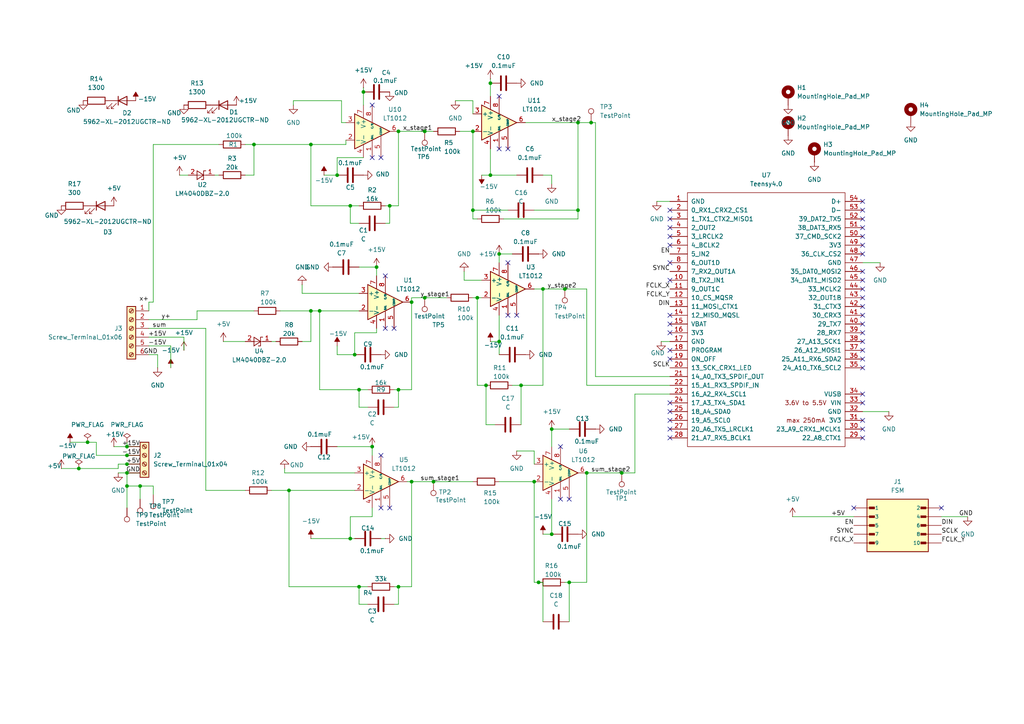
<source format=kicad_sch>
(kicad_sch (version 20250114) (generator "eeschema") (generator_version "9.0")
  (paper "A4")
  (title_block (title "Teensy Control of QC and FSM") (date "2025-07-14") (rev "1"))
  (junction (at 102.87 102.87))
  (junction (at 115.57 113.03))
  (junction (at 154.94 139.7))
  (junction (at 107.95 129.54))
  (junction (at 36.83 134.62))
  (junction (at 125.73 139.7))
  (junction (at 109.22 77.47))
  (junction (at 144.78 99.06))
  (junction (at 115.57 170.18))
  (junction (at 73.66 41.91))
  (junction (at 123.19 38.1))
  (junction (at 119.38 87.63))
  (junction (at 144.78 73.66))
  (junction (at 101.6 59.69))
  (junction (at 101.6 156.21))
  (junction (at 97.79 50.8))
  (junction (at 142.24 50.8))
  (junction (at 104.14 170.18))
  (junction (at 36.83 129.54))
  (junction (at 138.43 86.36))
  (junction (at 180.34 137.16))
  (junction (at 90.17 41.91))
  (junction (at 137.16 60.96))
  (junction (at 83.82 142.24))
  (junction (at 104.14 113.03))
  (junction (at 160.02 154.94))
  (junction (at 163.83 83.82))
  (junction (at 22.86 135.89))
  (junction (at 167.64 60.96))
  (junction (at 36.83 137.16))
  (junction (at 171.45 35.56))
  (junction (at 160.02 124.46))
  (junction (at 36.83 132.08))
  (junction (at 157.48 83.82))
  (junction (at 151.13 111.76))
  (junction (at 142.24 24.13))
  (junction (at 123.19 86.36))
  (junction (at 40.64 140.97))
  (junction (at 156.21 168.91))
  (junction (at 119.38 139.7))
  (junction (at 115.57 38.1))
  (junction (at 25.4 128.27))
  (junction (at 167.64 35.56))
  (junction (at 113.03 59.69))
  (junction (at 36.83 140.97))
  (junction (at 140.97 111.76))
  (junction (at 170.18 137.16))
  (junction (at 105.41 26.67))
  (junction (at 92.71 90.17))
  (junction (at 90.17 90.17))
  (junction (at 137.16 38.1))
  (junction (at 165.1 168.91))
  (no_connect (at 107.95 30.48))
  (no_connect (at 273.05 147.32))
  (no_connect (at 194.31 124.46))
  (no_connect (at 194.31 71.12))
  (no_connect (at 194.31 93.98))
  (no_connect (at 111.76 80.01))
  (no_connect (at 250.19 104.14))
  (no_connect (at 250.19 60.96))
  (no_connect (at 250.19 106.68))
  (no_connect (at 250.19 83.82))
  (no_connect (at 194.31 91.44))
  (no_connect (at 165.1 144.78))
  (no_connect (at 247.65 147.32))
  (no_connect (at 194.31 96.52))
  (no_connect (at 250.19 114.3))
  (no_connect (at 144.78 43.18))
  (no_connect (at 250.19 66.04))
  (no_connect (at 162.56 144.78))
  (no_connect (at 147.32 43.18))
  (no_connect (at 194.31 68.58))
  (no_connect (at 113.03 147.32))
  (no_connect (at 144.78 27.94))
  (no_connect (at 250.19 63.5))
  (no_connect (at 250.19 86.36))
  (no_connect (at 250.19 73.66))
  (no_connect (at 250.19 78.74))
  (no_connect (at 250.19 116.84))
  (no_connect (at 250.19 58.42))
  (no_connect (at 194.31 63.5))
  (no_connect (at 194.31 119.38))
  (no_connect (at 194.31 66.04))
  (no_connect (at 162.56 129.54))
  (no_connect (at 250.19 124.46))
  (no_connect (at 147.32 91.44))
  (no_connect (at 194.31 104.14))
  (no_connect (at 149.86 91.44))
  (no_connect (at 194.31 121.92))
  (no_connect (at 250.19 93.98))
  (no_connect (at 250.19 121.92))
  (no_connect (at 194.31 81.28))
  (no_connect (at 147.32 76.2))
  (no_connect (at 107.95 45.72))
  (no_connect (at 194.31 60.96))
  (no_connect (at 194.31 116.84))
  (no_connect (at 250.19 127))
  (no_connect (at 250.19 91.44))
  (no_connect (at 250.19 99.06))
  (no_connect (at 250.19 88.9))
  (no_connect (at 114.3 95.25))
  (no_connect (at 110.49 45.72))
  (no_connect (at 110.49 147.32))
  (no_connect (at 250.19 101.6))
  (no_connect (at 194.31 101.6))
  (no_connect (at 111.76 95.25))
  (no_connect (at 250.19 68.58))
  (no_connect (at 250.19 81.28))
  (no_connect (at 250.19 96.52))
  (no_connect (at 110.49 132.08))
  (no_connect (at 250.19 71.12))
  (no_connect (at 194.31 127))
  (no_connect (at 194.31 76.2))
  (wire (pts (xy 115.57 118.11) (xy 115.57 113.03)))
  (wire (pts (xy 111.76 64.77) (xy 113.03 64.77)))
  (wire (pts (xy 119.38 170.18) (xy 115.57 170.18)))
  (wire (pts (xy 107.95 129.54) (xy 107.95 132.08)))
  (wire (pts (xy 152.4 35.56) (xy 167.64 35.56)))
  (wire (pts (xy 157.48 83.82) (xy 154.94 83.82)))
  (wire (pts (xy 134.62 81.28) (xy 139.7 81.28)))
  (wire (pts (xy 44.45 41.91) (xy 63.5 41.91)))
  (wire (pts (xy 172.72 35.56) (xy 172.72 109.22)))
  (wire (pts (xy 43.18 97.79) (xy 53.34 97.79)))
  (wire (pts (xy 101.6 156.21) (xy 90.17 156.21)))
  (wire (pts (xy 144.78 73.66) (xy 148.59 73.66)))
  (wire (pts (xy 273.05 149.86) (xy 280.67 149.86)))
  (wire (pts (xy 138.43 86.36) (xy 139.7 86.36)))
  (wire (pts (xy 184.15 114.3) (xy 184.15 137.16)))
  (wire (pts (xy 170.18 83.82) (xy 163.83 83.82)))
  (wire (pts (xy 167.64 35.56) (xy 171.45 35.56)))
  (wire (pts (xy 138.43 111.76) (xy 140.97 111.76)))
  (wire (pts (xy 44.45 143.51) (xy 44.45 140.97)))
  (wire (pts (xy 90.17 99.06) (xy 90.17 90.17)))
  (wire (pts (xy 144.78 139.7) (xy 154.94 139.7)))
  (wire (pts (xy 71.12 50.8) (xy 73.66 50.8)))
  (wire (pts (xy 140.97 123.19) (xy 143.51 123.19)))
  (wire (pts (xy 104.14 170.18) (xy 106.68 170.18)))
  (wire (pts (xy 118.11 139.7) (xy 119.38 139.7)))
  (wire (pts (xy 137.16 86.36) (xy 138.43 86.36)))
  (wire (pts (xy 157.48 83.82) (xy 157.48 111.76)))
  (wire (pts (xy 180.34 137.16) (xy 170.18 137.16)))
  (wire (pts (xy 113.03 59.69) (xy 111.76 59.69)))
  (wire (pts (xy 97.79 100.33) (xy 97.79 102.87)))
  (wire (pts (xy 154.94 168.91) (xy 156.21 168.91)))
  (wire (pts (xy 165.1 168.91) (xy 170.18 168.91)))
  (wire (pts (xy 45.72 106.68) (xy 45.72 102.87)))
  (wire (pts (xy 43.18 95.25) (xy 59.69 95.25)))
  (wire (pts (xy 134.62 81.28) (xy 134.62 78.74)))
  (wire (pts (xy 49.53 106.68) (xy 49.53 100.33)))
  (wire (pts (xy 157.48 180.34) (xy 157.48 168.91)))
  (wire (pts (xy 92.71 113.03) (xy 104.14 113.03)))
  (wire (pts (xy 132.08 29.21) (xy 137.16 29.21)))
  (wire (pts (xy 115.57 175.26) (xy 115.57 170.18)))
  (wire (pts (xy 78.74 142.24) (xy 83.82 142.24)))
  (wire (pts (xy 101.6 59.69) (xy 104.14 59.69)))
  (wire (pts (xy 142.24 22.86) (xy 142.24 24.13)))
  (wire (pts (xy 125.73 139.7) (xy 137.16 139.7)))
  (wire (pts (xy 104.14 77.47) (xy 109.22 77.47)))
  (wire (pts (xy 115.57 38.1) (xy 123.19 38.1)))
  (wire (pts (xy 82.55 137.16) (xy 82.55 135.89)))
  (wire (pts (xy 171.45 35.56) (xy 172.72 35.56)))
  (wire (pts (xy 33.02 129.54) (xy 36.83 129.54)))
  (wire (pts (xy 43.18 92.71) (xy 57.15 92.71)))
  (wire (pts (xy 109.22 96.52) (xy 109.22 95.25)))
  (wire (pts (xy 78.74 99.06) (xy 80.01 99.06)))
  (wire (pts (xy 73.66 41.91) (xy 90.17 41.91)))
  (wire (pts (xy 20.32 128.27) (xy 25.4 128.27)))
  (wire (pts (xy 167.64 35.56) (xy 167.64 60.96)))
  (wire (pts (xy 142.24 50.8) (xy 142.24 43.18)))
  (wire (pts (xy 90.17 90.17) (xy 92.71 90.17)))
  (wire (pts (xy 149.86 50.8) (xy 142.24 50.8)))
  (wire (pts (xy 255.27 76.2) (xy 250.19 76.2)))
  (wire (pts (xy 85.09 29.21) (xy 85.09 30.48)))
  (wire (pts (xy 119.38 87.63) (xy 119.38 113.03)))
  (wire (pts (xy 105.41 25.4) (xy 105.41 26.67)))
  (wire (pts (xy 100.33 40.64) (xy 100.33 41.91)))
  (wire (pts (xy 36.83 134.62) (xy 40.64 134.62)))
  (wire (pts (xy 44.45 140.97) (xy 40.64 140.97)))
  (wire (pts (xy 154.94 139.7) (xy 154.94 168.91)))
  (wire (pts (xy 102.87 102.87) (xy 102.87 96.52)))
  (wire (pts (xy 64.77 99.06) (xy 71.12 99.06)))
  (wire (pts (xy 99.06 29.21) (xy 99.06 35.56)))
  (wire (pts (xy 123.19 38.1) (xy 125.73 38.1)))
  (wire (pts (xy 115.57 59.69) (xy 113.03 59.69)))
  (wire (pts (xy 101.6 156.21) (xy 102.87 156.21)))
  (wire (pts (xy 119.38 86.36) (xy 123.19 86.36)))
  (wire (pts (xy 87.63 85.09) (xy 104.14 85.09)))
  (wire (pts (xy 160.02 50.8) (xy 160.02 53.34)))
  (wire (pts (xy 144.78 99.06) (xy 144.78 91.44)))
  (wire (pts (xy 165.1 124.46) (xy 160.02 124.46)))
  (wire (pts (xy 52.07 50.8) (xy 54.61 50.8)))
  (wire (pts (xy 36.83 137.16) (xy 40.64 137.16)))
  (wire (pts (xy 105.41 26.67) (xy 105.41 30.48)))
  (wire (pts (xy 36.83 137.16) (xy 36.83 140.97)))
  (wire (pts (xy 184.15 114.3) (xy 194.31 114.3)))
  (wire (pts (xy 43.18 100.33) (xy 49.53 100.33)))
  (wire (pts (xy 62.23 50.8) (xy 63.5 50.8)))
  (wire (pts (xy 115.57 170.18) (xy 114.3 170.18)))
  (wire (pts (xy 36.83 140.97) (xy 36.83 147.32)))
  (wire (pts (xy 71.12 41.91) (xy 73.66 41.91)))
  (wire (pts (xy 156.21 168.91) (xy 157.48 168.91)))
  (wire (pts (xy 142.24 99.06) (xy 144.78 99.06)))
  (wire (pts (xy 157.48 154.94) (xy 160.02 154.94)))
  (wire (pts (xy 104.14 175.26) (xy 106.68 175.26)))
  (wire (pts (xy 101.6 149.86) (xy 107.95 149.86)))
  (wire (pts (xy 157.48 50.8) (xy 160.02 50.8)))
  (wire (pts (xy 114.3 118.11) (xy 115.57 118.11)))
  (wire (pts (xy 92.71 90.17) (xy 104.14 90.17)))
  (wire (pts (xy 190.5 58.42) (xy 194.31 58.42)))
  (wire (pts (xy 73.66 90.17) (xy 57.15 90.17)))
  (wire (pts (xy 90.17 41.91) (xy 90.17 59.69)))
  (wire (pts (xy 25.4 128.27) (xy 27.94 128.27)))
  (wire (pts (xy 110.49 156.21) (xy 111.76 156.21)))
  (wire (pts (xy 104.14 118.11) (xy 106.68 118.11)))
  (wire (pts (xy 34.29 137.16) (xy 36.83 137.16)))
  (wire (pts (xy 101.6 64.77) (xy 104.14 64.77)))
  (wire (pts (xy 163.83 168.91) (xy 165.1 168.91)))
  (wire (pts (xy 144.78 73.66) (xy 144.78 76.2)))
  (wire (pts (xy 97.79 102.87) (xy 102.87 102.87)))
  (wire (pts (xy 104.14 113.03) (xy 106.68 113.03)))
  (wire (pts (xy 43.18 87.63) (xy 43.18 90.17)))
  (wire (pts (xy 114.3 175.26) (xy 115.57 175.26)))
  (wire (pts (xy 92.71 90.17) (xy 92.71 113.03)))
  (wire (pts (xy 167.64 60.96) (xy 167.64 63.5)))
  (wire (pts (xy 104.14 118.11) (xy 104.14 113.03)))
  (wire (pts (xy 148.59 111.76) (xy 151.13 111.76)))
  (wire (pts (xy 40.64 144.78) (xy 40.64 140.97)))
  (wire (pts (xy 34.29 135.89) (xy 34.29 134.62)))
  (wire (pts (xy 59.69 95.25) (xy 59.69 142.24)))
  (wire (pts (xy 97.79 50.8) (xy 93.98 50.8)))
  (wire (pts (xy 87.63 85.09) (xy 87.63 82.55)))
  (wire (pts (xy 119.38 86.36) (xy 119.38 87.63)))
  (wire (pts (xy 142.24 24.13) (xy 142.24 27.94)))
  (wire (pts (xy 102.87 96.52) (xy 109.22 96.52)))
  (wire (pts (xy 22.86 135.89) (xy 34.29 135.89)))
  (wire (pts (xy 165.1 180.34) (xy 165.1 168.91)))
  (wire (pts (xy 144.78 102.87) (xy 144.78 99.06)))
  (wire (pts (xy 27.94 128.27) (xy 27.94 132.08)))
  (wire (pts (xy 154.94 60.96) (xy 167.64 60.96)))
  (wire (pts (xy 97.79 45.72) (xy 97.79 50.8)))
  (wire (pts (xy 90.17 59.69) (xy 101.6 59.69)))
  (wire (pts (xy 119.38 113.03) (xy 115.57 113.03)))
  (wire (pts (xy 17.78 135.89) (xy 22.86 135.89)))
  (wire (pts (xy 157.48 83.82) (xy 163.83 83.82)))
  (wire (pts (xy 250.19 119.38) (xy 257.81 119.38)))
  (wire (pts (xy 107.95 149.86) (xy 107.95 147.32)))
  (wire (pts (xy 123.19 86.36) (xy 129.54 86.36)))
  (wire (pts (xy 151.13 111.76) (xy 151.13 123.19)))
  (wire (pts (xy 36.83 132.08) (xy 40.64 132.08)))
  (wire (pts (xy 137.16 33.02) (xy 137.16 29.21)))
  (wire (pts (xy 90.17 41.91) (xy 100.33 41.91)))
  (wire (pts (xy 139.7 50.8) (xy 142.24 50.8)))
  (wire (pts (xy 45.72 102.87) (xy 43.18 102.87)))
  (wire (pts (xy 40.64 140.97) (xy 36.83 140.97)))
  (wire (pts (xy 160.02 154.94) (xy 160.02 144.78)))
  (wire (pts (xy 170.18 111.76) (xy 170.18 83.82)))
  (wire (pts (xy 138.43 86.36) (xy 138.43 111.76)))
  (wire (pts (xy 27.94 132.08) (xy 36.83 132.08)))
  (wire (pts (xy 101.6 64.77) (xy 101.6 59.69)))
  (wire (pts (xy 104.14 175.26) (xy 104.14 170.18)))
  (wire (pts (xy 34.29 134.62) (xy 36.83 134.62)))
  (wire (pts (xy 109.22 77.47) (xy 109.22 80.01)))
  (wire (pts (xy 113.03 64.77) (xy 113.03 59.69)))
  (wire (pts (xy 73.66 50.8) (xy 73.66 41.91)))
  (wire (pts (xy 44.45 41.91) (xy 44.45 87.63)))
  (wire (pts (xy 146.05 63.5) (xy 167.64 63.5)))
  (wire (pts (xy 83.82 142.24) (xy 83.82 170.18)))
  (wire (pts (xy 82.55 137.16) (xy 102.87 137.16)))
  (wire (pts (xy 149.86 130.81) (xy 154.94 130.81)))
  (wire (pts (xy 97.79 129.54) (xy 107.95 129.54)))
  (wire (pts (xy 53.34 101.6) (xy 53.34 97.79)))
  (wire (pts (xy 191.77 99.06) (xy 194.31 99.06)))
  (wire (pts (xy 170.18 137.16) (xy 170.18 168.91)))
  (wire (pts (xy 36.83 128.27) (xy 36.83 129.54)))
  (wire (pts (xy 137.16 63.5) (xy 138.43 63.5)))
  (wire (pts (xy 137.16 38.1) (xy 137.16 60.96)))
  (wire (pts (xy 83.82 170.18) (xy 104.14 170.18)))
  (wire (pts (xy 154.94 134.62) (xy 154.94 130.81)))
  (wire (pts (xy 43.18 87.63) (xy 44.45 87.63)))
  (wire (pts (xy 151.13 111.76) (xy 157.48 111.76)))
  (wire (pts (xy 184.15 137.16) (xy 180.34 137.16)))
  (wire (pts (xy 160.02 124.46) (xy 160.02 129.54)))
  (wire (pts (xy 85.09 29.21) (xy 99.06 29.21)))
  (wire (pts (xy 137.16 60.96) (xy 147.32 60.96)))
  (wire (pts (xy 133.35 38.1) (xy 137.16 38.1)))
  (wire (pts (xy 57.15 92.71) (xy 57.15 90.17)))
  (wire (pts (xy 137.16 60.96) (xy 137.16 63.5)))
  (wire (pts (xy 83.82 142.24) (xy 102.87 142.24)))
  (wire (pts (xy 87.63 99.06) (xy 90.17 99.06)))
  (wire (pts (xy 97.79 45.72) (xy 105.41 45.72)))
  (wire (pts (xy 115.57 113.03) (xy 114.3 113.03)))
  (wire (pts (xy 119.38 139.7) (xy 125.73 139.7)))
  (wire (pts (xy 194.31 111.76) (xy 170.18 111.76)))
  (wire (pts (xy 71.12 142.24) (xy 59.69 142.24)))
  (wire (pts (xy 119.38 139.7) (xy 119.38 170.18)))
  (wire (pts (xy 40.64 129.54) (xy 36.83 129.54)))
  (wire (pts (xy 115.57 38.1) (xy 115.57 59.69)))
  (wire (pts (xy 99.06 35.56) (xy 100.33 35.56)))
  (wire (pts (xy 229.87 149.86) (xy 247.65 149.86)))
  (wire (pts (xy 101.6 149.86) (xy 101.6 156.21)))
  (wire (pts (xy 81.28 90.17) (xy 90.17 90.17)))
  (wire (pts (xy 172.72 109.22) (xy 194.31 109.22)))
  (wire (pts (xy 140.97 123.19) (xy 140.97 111.76)))
  (label "EN" (at 194.31 73.66 180))
  (label "y+" (at 49.53 92.71 180))
  (label "+15V" (at 48.26 97.79 180))
  (label "sum" (at 48.26 95.25 180))
  (label "DIN" (at 194.31 88.9 180))
  (label "FCLK_X" (at 247.65 157.48 180))
  (label "-15V" (at 40.64 132.08 180))
  (label "+15V" (at 40.64 129.54 180))
  (label "-15V" (at 48.26 100.33 180))
  (label "y_stage2" (at 158.75 83.82 0))
  (label "+5V" (at 40.64 134.62 180))
  (label "SYNC" (at 194.31 78.74 180))
  (label "y_stage1" (at 121.92 86.36 0))
  (label "SCLK" (at 194.31 106.68 180))
  (label "SCLK" (at 273.05 154.94 0))
  (label "sum_stage1" (at 121.92 139.7 0))
  (label "EN" (at 247.65 152.4 180))
  (label "GND" (at 278.13 149.86 0))
  (label "FCLK_Y" (at 273.05 157.48 0))
  (label "x+" (at 43.18 87.63 180))
  (label "+5V" (at 245.11 149.86 180))
  (label "FCLK_X" (at 194.31 83.82 180))
  (label "SYNC" (at 247.65 154.94 180))
  (label "sum_stage2" (at 171.45 137.16 0))
  (label "x_stage1" (at 116.84 38.1 0))
  (label "FCLK_Y" (at 194.31 86.36 180))
  (label "x_stage2" (at 160.02 35.56 0))
  (label "GND" (at 45.72 102.87 180))
  (label "GND" (at 40.64 137.16 180))
  (label "DIN" (at 273.05 152.4 0))
  (symbol (lib_id "power:+15V") (at 142.24 22.86 0) (unit 1)
    (property "Reference" "#PWR023" (effects (hide yes)))
    (property "Value" "+15V" (at 137.414 19.05 0))
    (property "Description" "Power symbol creates a global label with name \"+15V\"" (effects (hide yes)))
  )
  (symbol (lib_id "Device:R") (at 140.97 139.7 90) (unit 1)
    (property "Reference" "R15" (at 140.208 143.002 90) (effects (justify right)))
    (property "Value" "100k" (at 140.208 145.542 90) (effects (justify right)))
    (property "Footprint" "Resistor_SMD:R_0805_2012Metric" (effects (hide yes)))
    (property "Description" "Resistor" (effects (hide yes)))
  )
  (symbol (lib_id "power:+5V") (at 229.87 149.86 0) (unit 1)
    (property "Reference" "#PWR030" (effects (hide yes)))
    (property "Value" "+5V" (at 229.87 144.78 0))
    (property "Description" "Power symbol creates a global label with name \"+5V\"" (effects (hide yes)))
  )
  (symbol (lib_id "power:GND") (at 53.34 30.48 0) (unit 1)
    (property "Reference" "#PWR041" (effects (hide yes)))
    (property "Value" "GND" (at 50.546 32.766 0))
    (property "Description" "Power symbol creates a global label with name \"GND\" , ground" (effects (hide yes)))
  )
  (symbol (lib_id "Device:LED") (at 64.77 30.48 0) (unit 1)
    (property "Reference" "D1" (at 67.818 32.512 0))
    (property "Value" "5962-XL-2012UGCTR-ND" (at 65.278 34.798 0))
    (property "Footprint" "LED_SMD:LED_0805_2012Metric" (effects (hide yes)))
    (property "Datasheet" "https://mm.digikey.com/Volume0/opasdata/d220001/medias/docus/6472/5962_XL-2012UGC%200805%E7%BF%A0%E7%BB%BF.pdf" (effects (hide yes)))
    (property "Description" "Light emitting diode" (effects (hide yes)))
    (property "Sim.Pins" "1=K 2=A" (effects (hide yes)))
  )
  (symbol (lib_id "Connector:TestPoint") (at 125.73 139.7 180) (unit 1)
    (property "Reference" "TP2" (at 127.254 142.748 0) (effects (justify right)))
    (property "Value" "TestPoint" (at 126.238 145.034 0) (effects (justify right)))
    (property "Footprint" "TestPoint:TestPoint_Pad_2.0x2.0mm" (effects (hide yes)))
    (property "Description" "test point" (effects (hide yes)))
  )
  (symbol (lib_id "Device:R") (at 133.35 86.36 90) (unit 1)
    (property "Reference" "R10" (at 132.588 89.662 90) (effects (justify right)))
    (property "Value" "100k" (at 132.588 92.202 90) (effects (justify right)))
    (property "Footprint" "Resistor_SMD:R_0805_2012Metric" (effects (hide yes)))
    (property "Description" "Resistor" (effects (hide yes)))
  )
  (symbol (lib_id "Mechanical:MountingHole_Pad_MP") (at 228.6 27.94 0) (unit 1) (in_bom no)
    (property "Reference" "H1" (at 231.14 25.3999 0) (effects (justify left)))
    (property "Value" "MountingHole_Pad_MP" (at 231.14 27.9399 0) (effects (justify left)))
    (property "Footprint" "MountingHole:MountingHole_3.2mm_M3_DIN965_Pad_TopBottom" (effects (hide yes)))
    (property "Description" "Mounting Hole with connection as pad named MP" (effects (hide yes)))
  )
  (symbol (lib_id "power:GND") (at 90.17 129.54 270) (unit 1)
    (property "Reference" "#PWR055" (effects (hide yes)))
    (property "Value" "GND" (at 86.36 129.5401 90) (effects (justify right)))
    (property "Description" "Power symbol creates a global label with name \"GND\" , ground" (effects (hide yes)))
  )
  (symbol (lib_id "Connector:Screw_Terminal_01x04") (at 41.91 132.08 0) (unit 1)
    (property "Reference" "J2" (at 44.45 132.0799 0) (effects (justify left)))
    (property "Value" "Screw_Terminal_01x04" (at 44.45 134.6199 0) (effects (justify left)))
    (property "Footprint" "TerminalBlock_Phoenix:TerminalBlock_Phoenix_MKDS-1,5-4-5.08_1x04_P5.08mm_Horizontal" (effects (hide yes)))
    (property "Description" "Generic screw terminal, single row, 01x04, script generated (kicad-library-utils/schlib/autogen/connector/)" (effects (hide yes)))
  )
  (symbol (lib_id "Device:R") (at 110.49 113.03 90) (unit 1)
    (property "Reference" "R9" (at 110.49 113.03 90))
    (property "Value" "16k" (at 110.49 110.998 90))
    (property "Footprint" "Resistor_SMD:R_0805_2012Metric" (effects (hide yes)))
    (property "Description" "Resistor" (effects (hide yes)))
  )
  (symbol (lib_id "Connector:TestPoint") (at 44.45 143.51 180) (unit 1)
    (property "Reference" "TP7" (at 46.99 145.5419 0) (effects (justify right)))
    (property "Value" "TestPoint" (at 46.99 148.0819 0) (effects (justify right)))
    (property "Footprint" "TestPoint:TestPoint_Pad_2.0x2.0mm" (effects (hide yes)))
    (property "Description" "test point" (effects (hide yes)))
  )
  (symbol (lib_id "power:GND") (at 17.78 59.69 0) (unit 1)
    (property "Reference" "#PWR043" (effects (hide yes)))
    (property "Value" "GND" (at 14.986 62.484 0))
    (property "Description" "Power symbol creates a global label with name \"GND\" , ground" (effects (hide yes)))
  )
  (symbol (lib_id "power:+5V") (at 17.78 135.89 0) (unit 1)
    (property "Reference" "#PWR08" (effects (hide yes)))
    (property "Value" "+5V" (at 15.748 135.128 0))
    (property "Description" "Power symbol creates a global label with name \"+5V\"" (effects (hide yes)))
  )
  (symbol (lib_id "power:+5V") (at 33.02 59.69 0) (unit 1)
    (property "Reference" "#PWR040" (effects (hide yes)))
    (property "Value" "+5V" (at 33.02 54.61 0))
    (property "Description" "Power symbol creates a global label with name \"+5V\"" (effects (hide yes)))
  )
  (symbol (lib_id "power:GND") (at 113.03 26.67 0) (unit 1)
    (property "Reference" "#PWR044" (effects (hide yes)))
    (property "Value" "GND" (at 116.332 26.924 0))
    (property "Description" "Power symbol creates a global label with name \"GND\" , ground" (effects (hide yes)))
  )
  (symbol (lib_id "Device:R") (at 129.54 38.1 90) (unit 1)
    (property "Reference" "R5" (at 128.778 41.402 90) (effects (justify right)))
    (property "Value" "100k" (at 128.778 43.942 90) (effects (justify right)))
    (property "Footprint" "Resistor_SMD:R_0805_2012Metric" (effects (hide yes)))
    (property "Description" "Resistor" (effects (hide yes)))
  )
  (symbol (lib_id "Device:C") (at 106.68 156.21 270) (unit 1)
    (property "Reference" "C14" (at 106.68 153.162 90))
    (property "Value" "0.1muF" (at 107.95 159.766 90))
    (property "Footprint" "Capacitor_SMD:C_0805_2012Metric" (effects (hide yes)))
    (property "Description" "Unpolarized capacitor" (effects (hide yes)))
  )
  (symbol (lib_id "power:GND") (at 152.4 102.87 90) (unit 1)
    (property "Reference" "#PWR050" (effects (hide yes)))
    (property "Value" "GND" (at 156.21 102.8699 90) (effects (justify right)))
    (property "Description" "Power symbol creates a global label with name \"GND\" , ground" (effects (hide yes)))
  )
  (symbol (lib_id "power:GND") (at 132.08 29.21 0) (unit 1)
    (property "Reference" "#PWR010" (effects (hide yes)))
    (property "Value" "GND" (at 132.08 34.29 0))
    (property "Description" "Power symbol creates a global label with name \"GND\" , ground" (effects (hide yes)))
  )
  (symbol (lib_id "Device:R") (at 107.95 59.69 90) (unit 1)
    (property "Reference" "R2" (at 107.95 55.118 90))
    (property "Value" "16k" (at 107.95 57.658 90))
    (property "Footprint" "Resistor_SMD:R_0805_2012Metric" (effects (hide yes)))
    (property "Description" "Resistor" (effects (hide yes)))
  )
  (symbol (lib_id "power:+15V") (at 160.02 124.46 0) (unit 1)
    (property "Reference" "#PWR021" (effects (hide yes)))
    (property "Value" "+15V" (at 160.02 119.38 0))
    (property "Description" "Power symbol creates a global label with name \"+15V\"" (effects (hide yes)))
  )
  (symbol (lib_id "power:GND") (at 160.02 53.34 0) (unit 1)
    (property "Reference" "#PWR047" (effects (hide yes)))
    (property "Value" "GND" (at 160.02 58.42 0))
    (property "Description" "Power symbol creates a global label with name \"GND\" , ground" (effects (hide yes)))
  )
  (symbol (lib_id "power:-15V") (at 90.17 156.21 0) (unit 1)
    (property "Reference" "#PWR026" (effects (hide yes)))
    (property "Value" "-15V" (at 90.17 151.13 0))
    (property "Description" "Power symbol creates a global label with name \"-15V\"" (effects (hide yes)))
  )
  (symbol (lib_id "power:+15V") (at 109.22 77.47 0) (unit 1)
    (property "Reference" "#PWR019" (effects (hide yes)))
    (property "Value" "+15V" (at 109.22 72.39 0))
    (property "Description" "Power symbol creates a global label with name \"+15V\"" (effects (hide yes)))
  )
  (symbol (lib_id "Device:C") (at 106.68 102.87 270) (unit 1)
    (property "Reference" "C9" (at 106.68 99.822 90))
    (property "Value" "0.1muF" (at 107.95 106.426 90))
    (property "Footprint" "Capacitor_SMD:C_0805_2012Metric" (effects (hide yes)))
    (property "Description" "Unpolarized capacitor" (effects (hide yes)))
  )
  (symbol (lib_id "power:-15V") (at 20.32 128.27 0) (unit 1)
    (property "Reference" "#PWR07" (effects (hide yes)))
    (property "Value" "-15V" (at 19.558 129.286 0))
    (property "Description" "Power symbol creates a global label with name \"-15V\"" (effects (hide yes)))
  )
  (symbol (lib_id "power:GND") (at 228.6 30.48 0) (unit 1)
    (property "Reference" "#PWR037" (effects (hide yes)))
    (property "Value" "GND" (at 228.6 35.56 0))
    (property "Description" "Power symbol creates a global label with name \"GND\" , ground" (effects (hide yes)))
  )
  (symbol (lib_id "Device:R") (at 21.59 59.69 270) (unit 1)
    (property "Reference" "R17" (at 21.59 53.34 90))
    (property "Value" "300" (at 21.59 55.88 90))
    (property "Footprint" "Resistor_SMD:R_0805_2012Metric" (effects (hide yes)))
    (property "Description" "Resistor" (effects (hide yes)))
  )
  (symbol (lib_id "Reference_Voltage:LM4040DBZ-2.0") (at 58.42 50.8 0) (unit 1)
    (property "Reference" "U2" (at 58.674 53.594 0))
    (property "Value" "LM4040DBZ-2.0" (at 58.674 56.134 0))
    (property "Footprint" "Package_TO_SOT_SMD:SOT-23" (effects (hide yes)))
    (property "Datasheet" "http://www.ti.com/lit/ds/symlink/lm4040-n.pdf" (effects (hide yes)))
    (property "Description" "2.048V Precision Micropower Shunt Voltage Reference, SOT-23" (effects (hide yes)))
  )
  (symbol (lib_id "Device:R") (at 67.31 41.91 90) (unit 1)
    (property "Reference" "R1" (at 66.294 41.91 90) (effects (justify right)))
    (property "Value" "100k" (at 65.532 39.37 90) (effects (justify right)))
    (property "Footprint" "Resistor_SMD:R_0805_2012Metric" (effects (hide yes)))
    (property "Description" "Resistor" (effects (hide yes)))
  )
  (symbol (lib_id "power:+5V") (at 64.77 99.06 0) (unit 1)
    (property "Reference" "#PWR011" (effects (hide yes)))
    (property "Value" "+5V" (at 64.77 93.98 0))
    (property "Description" "Power symbol creates a global label with name \"+5V\"" (effects (hide yes)))
  )
  (symbol (lib_id "power:GND") (at 105.41 50.8 90) (unit 1)
    (property "Reference" "#PWR045" (effects (hide yes)))
    (property "Value" "GND" (at 110.998 50.546 90))
    (property "Description" "Power symbol creates a global label with name \"GND\" , ground" (effects (hide yes)))
  )
  (symbol (lib_id "Reference_Voltage:LM4040DBZ-2.0") (at 74.93 99.06 0) (unit 1)
    (property "Reference" "U4" (at 75.184 101.854 0))
    (property "Value" "LM4040DBZ-2.0" (at 75.184 104.394 0))
    (property "Footprint" "Package_TO_SOT_SMD:SOT-23" (effects (hide yes)))
    (property "Datasheet" "http://www.ti.com/lit/ds/symlink/lm4040-n.pdf" (effects (hide yes)))
    (property "Description" "2.048V Precision Micropower Shunt Voltage Reference, SOT-23" (effects (hide yes)))
  )
  (symbol (lib_id "power:GND") (at 257.81 119.38 0) (unit 1)
    (property "Reference" "#PWR018" (effects (hide yes)))
    (property "Value" "GND" (at 257.81 124.46 0))
    (property "Description" "Power symbol creates a global label with name \"GND\" , ground" (effects (hide yes)))
  )
  (symbol (lib_id "power:-15V") (at 97.79 100.33 0) (unit 1)
    (property "Reference" "#PWR025" (effects (hide yes)))
    (property "Value" "-15V" (at 98.044 96.774 0))
    (property "Description" "Power symbol creates a global label with name \"-15V\"" (effects (hide yes)))
  )
  (symbol (lib_id "power:GND") (at 34.29 137.16 0) (unit 1)
    (property "Reference" "#PWR035" (effects (hide yes)))
    (property "Value" "GND" (at 34.29 142.24 0))
    (property "Description" "Power symbol creates a global label with name \"GND\" , ground" (effects (hide yes)))
  )
  (symbol (lib_id "Connector:TestPoint") (at 171.45 35.56 0) (unit 1)
    (property "Reference" "TP3" (at 173.99 30.9879 0) (effects (justify left)))
    (property "Value" "TestPoint" (at 173.99 33.5279 0) (effects (justify left)))
    (property "Footprint" "TestPoint:TestPoint_Pad_2.0x2.0mm" (effects (hide yes)))
    (property "Description" "test point" (effects (hide yes)))
  )
  (symbol (lib_id "Connector:Screw_Terminal_01x06") (at 38.1 95.25 0) (mirror y) (unit 1)
    (property "Reference" "J3" (at 35.56 95.2499 0) (effects (justify left)))
    (property "Value" "Screw_Terminal_01x06" (at 35.56 97.7899 0) (effects (justify left)))
    (property "Footprint" "TerminalBlock_Phoenix:TerminalBlock_Phoenix_MKDS-1,5-6-5.08_1x06_P5.08mm_Horizontal" (effects (hide yes)))
    (property "Description" "Generic screw terminal, single row, 01x06, script generated (kicad-library-utils/schlib/autogen/connector/)" (effects (hide yes)))
  )
  (symbol (lib_id "Device:C") (at 146.05 24.13 270) (unit 1)
    (property "Reference" "C10" (at 146.05 16.51 90))
    (property "Value" "0.1muF" (at 146.05 19.05 90))
    (property "Footprint" "Capacitor_SMD:C_0805_2012Metric" (effects (hide yes)))
    (property "Description" "Unpolarized capacitor" (effects (hide yes)))
  )
  (symbol (lib_id "Amplifier_Operational:LT1012") (at 147.32 83.82 0) (unit 1)
    (property "Reference" "U3" (at 153.924 77.47 0))
    (property "Value" "LT1012" (at 153.924 80.01 0))
    (property "Footprint" "Package_SO:SOIC-8_3.9x4.9mm_P1.27mm" (effects (hide yes)))
    (property "Datasheet" "https://www.analog.com/media/en/technical-documentation/data-sheets/lt1012.pdf" (effects (hide yes)))
    (property "Description" "Single Picoamp Input Current, Microvolt Offset, Low Noise Op Amp, DIP-8/SOIC-8/TO-5-8" (effects (hide yes)))
  )
  (symbol (lib_id "Device:C") (at 109.22 26.67 90) (unit 1)
    (property "Reference" "C4" (at 112.014 21.082 90))
    (property "Value" "0.1muF" (at 111.76 23.368 90))
    (property "Footprint" "Capacitor_SMD:C_0805_2012Metric" (effects (hide yes)))
    (property "Description" "Unpolarized capacitor" (effects (hide yes)))
  )
  (symbol (lib_id "power:GND") (at 110.49 102.87 90) (unit 1)
    (property "Reference" "#PWR049" (effects (hide yes)))
    (property "Value" "GND" (at 114.3 102.8699 90) (effects (justify right)))
    (property "Description" "Power symbol creates a global label with name \"GND\" , ground" (effects (hide yes)))
  )
  (symbol (lib_id "Mechanical:MountingHole_Pad_MP") (at 264.16 33.02 0) (unit 1) (in_bom no)
    (property "Reference" "H4" (at 266.7 30.4799 0) (effects (justify left)))
    (property "Value" "MountingHole_Pad_MP" (at 266.7 33.0199 0) (effects (justify left)))
    (property "Footprint" "MountingHole:MountingHole_3.2mm_M3_DIN965_Pad_TopBottom" (effects (hide yes)))
    (property "Description" "Mounting Hole with connection as pad named MP" (effects (hide yes)))
  )
  (symbol (lib_id "Device:R") (at 110.49 170.18 90) (unit 1)
    (property "Reference" "R4" (at 106.68 171.958 90))
    (property "Value" "33k" (at 110.49 167.894 90))
    (property "Footprint" "Resistor_SMD:R_0805_2012Metric" (effects (hide yes)))
    (property "Description" "Resistor" (effects (hide yes)))
  )
  (symbol (lib_id "power:-15V") (at 39.37 29.21 0) (unit 1)
    (property "Reference" "#PWR039" (effects (hide yes)))
    (property "Value" "-15V" (at 42.672 28.702 0))
    (property "Description" "Power symbol creates a global label with name \"-15V\"" (effects (hide yes)))
  )
  (symbol (lib_id "power:GND") (at 85.09 30.48 0) (unit 1)
    (property "Reference" "#PWR01" (effects (hide yes)))
    (property "Value" "GND" (at 85.09 35.56 0))
    (property "Description" "Power symbol creates a global label with name \"GND\" , ground" (effects (hide yes)))
  )
  (symbol (lib_id "Device:C") (at 100.33 77.47 90) (unit 1)
    (property "Reference" "C7" (at 99.06 73.406 90))
    (property "Value" "0.1muF" (at 99.06 70.866 90))
    (property "Footprint" "Capacitor_SMD:C_0805_2012Metric" (effects (hide yes)))
    (property "Description" "Unpolarized capacitor" (effects (hide yes)))
  )
  (symbol (lib_id "power:+15V") (at 33.02 129.54 0) (unit 1)
    (property "Reference" "#PWR06" (effects (hide yes)))
    (property "Value" "+15V" (at 33.274 125.984 0))
    (property "Description" "Power symbol creates a global label with name \"+15V\"" (effects (hide yes)))
  )
  (symbol (lib_id "power:GND") (at 236.22 46.99 0) (unit 1)
    (property "Reference" "#PWR017" (effects (hide yes)))
    (property "Value" "GND" (at 236.22 52.07 0))
    (property "Description" "Power symbol creates a global label with name \"GND\" , ground" (effects (hide yes)))
  )
  (symbol (lib_id "Device:R") (at 67.31 50.8 90) (unit 1)
    (property "Reference" "R3" (at 67.31 45.974 90))
    (property "Value" "20k" (at 67.31 48.514 90))
    (property "Footprint" "Resistor_SMD:R_0805_2012Metric" (effects (hide yes)))
    (property "Description" "Resistor" (effects (hide yes)))
  )
  (symbol (lib_id "Amplifier_Operational:LT1012") (at 110.49 139.7 0) (unit 1)
    (property "Reference" "U5" (at 117.094 133.35 0))
    (property "Value" "LT1012" (at 117.094 135.89 0))
    (property "Footprint" "Package_SO:SOIC-8_3.9x4.9mm_P1.27mm" (effects (hide yes)))
    (property "Datasheet" "https://www.analog.com/media/en/technical-documentation/data-sheets/lt1012.pdf" (effects (hide yes)))
    (property "Description" "Single Picoamp Input Current, Microvolt Offset, Low Noise Op Amp, DIP-8/SOIC-8/TO-5-8" (effects (hide yes)))
  )
  (symbol (lib_id "power:GND") (at 264.16 35.56 0) (unit 1)
    (property "Reference" "#PWR05" (effects (hide yes)))
    (property "Value" "GND" (at 264.16 40.64 0))
    (property "Description" "Power symbol creates a global label with name \"GND\" , ground" (effects (hide yes)))
  )
  (symbol (lib_id "Device:R") (at 160.02 168.91 90) (unit 1)
    (property "Reference" "R16" (at 157.988 164.084 90) (effects (justify right)))
    (property "Value" "100k" (at 157.988 166.624 90) (effects (justify right)))
    (property "Footprint" "Resistor_SMD:R_0805_2012Metric" (effects (hide yes)))
    (property "Description" "Resistor" (effects (hide yes)))
  )
  (symbol (lib_id "Amplifier_Operational:LT1012") (at 107.95 38.1 0) (unit 1)
    (property "Reference" "U10" (at 114.554 31.75 0))
    (property "Value" "LT1012" (at 114.554 34.29 0))
    (property "Footprint" "Package_SO:SOIC-8_3.9x4.9mm_P1.27mm" (effects (hide yes)))
    (property "Datasheet" "https://www.analog.com/media/en/technical-documentation/data-sheets/lt1012.pdf" (effects (hide yes)))
    (property "Description" "Single Picoamp Input Current, Microvolt Offset, Low Noise Op Amp, DIP-8/SOIC-8/TO-5-8" (effects (hide yes)))
  )
  (symbol (lib_id "power:GND") (at 45.72 106.68 0) (unit 1)
    (property "Reference" "#PWR034" (effects (hide yes)))
    (property "Value" "GND" (at 45.72 111.76 0))
    (property "Description" "Power symbol creates a global label with name \"GND\" , ground" (effects (hide yes)))
  )
  (symbol (lib_id "Device:R") (at 57.15 30.48 90) (unit 1)
    (property "Reference" "R13" (at 57.15 24.13 90))
    (property "Value" "1300" (at 57.15 26.67 90))
    (property "Footprint" "Resistor_SMD:R_0805_2012Metric" (effects (hide yes)))
    (property "Description" "Resistor" (effects (hide yes)))
  )
  (symbol (lib_id "power:GND") (at 191.77 99.06 0) (unit 1)
    (property "Reference" "#PWR04" (effects (hide yes)))
    (property "Value" "GND" (at 190.754 102.362 0))
    (property "Description" "Power symbol creates a global label with name \"GND\" , ground" (effects (hide yes)))
  )
  (symbol (lib_id "Device:C") (at 107.95 64.77 90) (unit 1)
    (property "Reference" "C1" (at 105.41 66.802 90))
    (property "Value" "C" (at 105.41 69.342 90))
    (property "Footprint" "Capacitor_SMD:C_0805_2012Metric" (effects (hide yes)))
    (property "Description" "Unpolarized capacitor" (effects (hide yes)))
  )
  (symbol (lib_id "Device:R") (at 144.78 111.76 90) (unit 1)
    (property "Reference" "R11" (at 143.002 106.68 90) (effects (justify right)))
    (property "Value" "100k" (at 143.002 109.22 90) (effects (justify right)))
    (property "Footprint" "Resistor_SMD:R_0805_2012Metric" (effects (hide yes)))
    (property "Description" "Resistor" (effects (hide yes)))
  )
  (symbol (lib_id "power:-15V") (at 139.7 50.8 180) (unit 1)
    (property "Reference" "#PWR029" (effects (hide yes)))
    (property "Value" "-15V" (at 141.732 54.102 0))
    (property "Description" "Power symbol creates a global label with name \"-15V\"" (effects (hide yes)))
  )
  (symbol (lib_id "power:GND") (at 280.67 149.86 0) (unit 1)
    (property "Reference" "#PWR031" (effects (hide yes)))
    (property "Value" "GND" (at 280.67 154.94 0))
    (property "Description" "Power symbol creates a global label with name \"GND\" , ground" (effects (hide yes)))
  )
  (symbol (lib_id "power:-15V") (at 142.24 99.06 0) (unit 1)
    (property "Reference" "#PWR028" (effects (hide yes)))
    (property "Value" "-15V" (at 143.002 100.076 0))
    (property "Description" "Power symbol creates a global label with name \"-15V\"" (effects (hide yes)))
  )
  (symbol (lib_id "Amplifier_Operational:LT1012") (at 111.76 87.63 0) (unit 1)
    (property "Reference" "U1" (at 118.364 81.28 0))
    (property "Value" "LT1012" (at 118.364 83.82 0))
    (property "Footprint" "Package_SO:SOIC-8_3.9x4.9mm_P1.27mm" (effects (hide yes)))
    (property "Datasheet" "https://www.analog.com/media/en/technical-documentation/data-sheets/lt1012.pdf" (effects (hide yes)))
    (property "Description" "Single Picoamp Input Current, Microvolt Offset, Low Noise Op Amp, DIP-8/SOIC-8/TO-5-8" (effects (hide yes)))
  )
  (symbol (lib_id "power:+5V") (at 52.07 50.8 0) (unit 1)
    (property "Reference" "#PWR09" (effects (hide yes)))
    (property "Value" "+5V" (at 52.07 45.72 0))
    (property "Description" "Power symbol creates a global label with name \"+5V\"" (effects (hide yes)))
  )
  (symbol (lib_id "power:-15V") (at 157.48 154.94 0) (unit 1)
    (property "Reference" "#PWR027" (effects (hide yes)))
    (property "Value" "-15V" (at 157.48 149.86 0))
    (property "Description" "Power symbol creates a global label with name \"-15V\"" (effects (hide yes)))
  )
  (symbol (lib_id "3220-10-0300-00:3220-10-0300-00") (at 260.35 152.4 0) (unit 1)
    (property "Reference" "J1" (at 260.35 139.7 0))
    (property "Value" "FSM" (at 260.35 142.24 0))
    (property "Footprint" "3220-10-0300-00:CNC_3220-10-0300-00" (effects (hide yes)))
    (property "MF" "CNC Tech" (effects (hide yes)))
    (property "MAXIMUM_PACKAGE_HEIGHT" "5.55 mm" (effects (hide yes)))
    (property "Package" "None" (effects (hide yes)))
    (property "Price" "None" (effects (hide yes)))
    (property "Check_prices" "https://www.snapeda.com/parts/3220-10-0300-00/CNC+Tech/view-part/?ref=eda" (effects (hide yes)))
    (property "STANDARD" "Manufacturer Recommendations" (effects (hide yes)))
    (property "PARTREV" "D" (effects (hide yes)))
    (property "SnapEDA_Link" "https://www.snapeda.com/parts/3220-10-0300-00/CNC+Tech/view-part/?ref=snap" (effects (hide yes)))
    (property "MP" "3220-10-0300-00" (effects (hide yes)))
    (property "Description_1" "Connector Header Surface Mount 10 position 0.050 (1.27mm)" (effects (hide yes)))
    (property "Availability" "In Stock" (effects (hide yes)))
    (property "MANUFACTURER" "CnC Tech" (effects (hide yes)))
  )
  (symbol (lib_id "Device:C") (at 152.4 73.66 270) (unit 1)
    (property "Reference" "C8" (at 152.4 67.564 90))
    (property "Value" "0.1muF" (at 152.4 70.104 90))
    (property "Footprint" "Capacitor_SMD:C_0805_2012Metric" (effects (hide yes)))
    (property "Description" "Unpolarized capacitor" (effects (hide yes)))
  )
  (symbol (lib_id "Connector:TestPoint") (at 180.34 137.16 180) (unit 1)
    (property "Reference" "TP1" (at 182.118 144.526 0) (effects (justify left)))
    (property "Value" "TestPoint" (at 184.658 142.748 0) (effects (justify left)))
    (property "Footprint" "TestPoint:TestPoint_Pad_2.0x2.0mm" (effects (hide yes)))
    (property "Description" "test point" (effects (hide yes)))
  )
  (symbol (lib_id "Amplifier_Operational:LT1012") (at 144.78 35.56 0) (unit 1)
    (property "Reference" "U11" (at 154.94 29.1398 0))
    (property "Value" "LT1012" (at 154.94 31.6798 0))
    (property "Footprint" "Package_SO:SOIC-8_3.9x4.9mm_P1.27mm" (effects (hide yes)))
    (property "Datasheet" "https://www.analog.com/media/en/technical-documentation/data-sheets/lt1012.pdf" (effects (hide yes)))
    (property "Description" "Single Picoamp Input Current, Microvolt Offset, Low Noise Op Amp, DIP-8/SOIC-8/TO-5-8" (effects (hide yes)))
  )
  (symbol (lib_id "Device:R") (at 83.82 99.06 90) (unit 1)
    (property "Reference" "R8" (at 83.82 94.234 90))
    (property "Value" "20k" (at 83.82 96.774 90))
    (property "Footprint" "Resistor_SMD:R_0805_2012Metric" (effects (hide yes)))
    (property "Description" "Resistor" (effects (hide yes)))
  )
  (symbol (lib_id "Device:R") (at 27.94 29.21 270) (unit 1)
    (property "Reference" "R14" (at 27.94 22.86 90))
    (property "Value" "1300" (at 27.94 25.4 90))
    (property "Footprint" "Resistor_SMD:R_0805_2012Metric" (effects (hide yes)))
    (property "Description" "Resistor" (effects (hide yes)))
  )
  (symbol (lib_id "Device:C") (at 147.32 123.19 90) (unit 1)
    (property "Reference" "C17" (at 147.32 115.57 90))
    (property "Value" "C" (at 147.32 118.11 90))
    (property "Footprint" "Capacitor_SMD:C_0805_2012Metric" (effects (hide yes)))
    (property "Description" "Unpolarized capacitor" (effects (hide yes)))
  )
  (symbol (lib_id "Amplifier_Operational:LT1012") (at 162.56 137.16 0) (unit 1)
    (property "Reference" "U6" (at 169.164 130.81 0))
    (property "Value" "LT1012" (at 169.164 133.35 0))
    (property "Footprint" "Package_SO:SOIC-8_3.9x4.9mm_P1.27mm" (effects (hide yes)))
    (property "Datasheet" "https://www.analog.com/media/en/technical-documentation/data-sheets/lt1012.pdf" (effects (hide yes)))
    (property "Description" "Single Picoamp Input Current, Microvolt Offset, Low Noise Op Amp, DIP-8/SOIC-8/TO-5-8" (effects (hide yes)))
  )
  (symbol (lib_id "power:+15V") (at 68.58 30.48 0) (unit 1)
    (property "Reference" "#PWR038" (effects (hide yes)))
    (property "Value" "+15V" (at 71.882 29.21 0))
    (property "Description" "Power symbol creates a global label with name \"+15V\"" (effects (hide yes)))
  )
  (symbol (lib_id "power:GND") (at 82.55 135.89 180) (unit 1)
    (property "Reference" "#PWR015" (effects (hide yes)))
    (property "Value" "GND" (at 86.106 134.874 0))
    (property "Description" "Power symbol creates a global label with name \"GND\" , ground" (effects (hide yes)))
  )
  (symbol (lib_id "Device:C") (at 161.29 180.34 90) (unit 1)
    (property "Reference" "C18" (at 161.29 172.72 90))
    (property "Value" "C" (at 161.29 175.26 90))
    (property "Footprint" "Capacitor_SMD:C_0805_2012Metric" (effects (hide yes)))
    (property "Description" "Unpolarized capacitor" (effects (hide yes)))
  )
  (symbol (lib_id "Device:C") (at 151.13 60.96 90) (unit 1)
    (property "Reference" "C16" (at 151.13 55.88 90))
    (property "Value" "C" (at 151.13 58.42 90))
    (property "Footprint" "Capacitor_SMD:C_0805_2012Metric" (effects (hide yes)))
    (property "Description" "Unpolarized capacitor" (effects (hide yes)))
  )
  (symbol (lib_id "Device:C") (at 148.59 102.87 270) (unit 1)
    (property "Reference" "C11" (at 148.59 95.25 90))
    (property "Value" "0.1muF" (at 148.59 97.79 90))
    (property "Footprint" "Capacitor_SMD:C_0805_2012Metric" (effects (hide yes)))
    (property "Description" "Unpolarized capacitor" (effects (hide yes)))
  )
  (symbol (lib_id "Device:LED") (at 29.21 59.69 0) (unit 1)
    (property "Reference" "D3" (at 31.242 67.31 0))
    (property "Value" "5962-XL-2012UGCTR-ND" (at 31.242 64.262 0))
    (property "Footprint" "LED_SMD:LED_0805_2012Metric" (effects (hide yes)))
    (property "Datasheet" "https://mm.digikey.com/Volume0/opasdata/d220001/medias/docus/6472/5962_XL-2012UGC%200805%E7%BF%A0%E7%BB%BF.pdf" (effects (hide yes)))
    (property "Description" "Light emitting diode" (effects (hide yes)))
    (property "Sim.Pins" "1=K 2=A" (effects (hide yes)))
  )
  (symbol (lib_id "power:PWR_FLAG") (at 25.4 128.27 0) (unit 1)
    (property "Reference" "#FLG05" (effects (hide yes)))
    (property "Value" "PWR_FLAG" (at 25.4 123.19 0))
    (property "Description" "Special symbol for telling ERC where power comes from" (effects (hide yes)))
  )
  (symbol (lib_id "power:GND") (at 149.86 24.13 90) (unit 1)
    (property "Reference" "#PWR046" (effects (hide yes)))
    (property "Value" "GND" (at 153.67 24.1299 90) (effects (justify right)))
    (property "Description" "Power symbol creates a global label with name \"GND\" , ground" (effects (hide yes)))
  )
  (symbol (lib_id "Connector:TestPoint") (at 40.64 144.78 180) (unit 1)
    (property "Reference" "TP8" (at 43.18 146.8119 0) (effects (justify right)))
    (property "Value" "TestPoint" (at 43.18 149.3519 0) (effects (justify right)))
    (property "Footprint" "TestPoint:TestPoint_Pad_2.0x2.0mm" (effects (hide yes)))
    (property "Description" "test point" (effects (hide yes)))
  )
  (symbol (lib_id "power:PWR_FLAG") (at 22.86 135.89 0) (unit 1)
    (property "Reference" "#FLG06" (effects (hide yes)))
    (property "Value" "PWR_FLAG" (at 22.86 132.334 0))
    (property "Description" "Special symbol for telling ERC where power comes from" (effects (hide yes)))
  )
  (symbol (lib_id "Device:C") (at 168.91 124.46 270) (unit 1)
    (property "Reference" "C13" (at 168.91 121.412 90))
    (property "Value" "0.1muF" (at 170.18 128.016 90))
    (property "Footprint" "Capacitor_SMD:C_0805_2012Metric" (effects (hide yes)))
    (property "Description" "Unpolarized capacitor" (effects (hide yes)))
  )
  (symbol (lib_id "Device:R") (at 77.47 90.17 90) (unit 1)
    (property "Reference" "R7" (at 75.438 85.09 90) (effects (justify right)))
    (property "Value" "100k" (at 75.438 87.63 90) (effects (justify right)))
    (property "Footprint" "Resistor_SMD:R_0805_2012Metric" (effects (hide yes)))
    (property "Description" "Resistor" (effects (hide yes)))
  )
  (symbol (lib_id "Device:R") (at 142.24 63.5 90) (unit 1)
    (property "Reference" "R6" (at 140.716 58.42 90) (effects (justify right)))
    (property "Value" "100k" (at 140.716 60.96 90) (effects (justify right)))
    (property "Footprint" "Resistor_SMD:R_0805_2012Metric" (effects (hide yes)))
    (property "Description" "Resistor" (effects (hide yes)))
  )
  (symbol (lib_id "power:GND") (at 190.5 58.42 0) (unit 1)
    (property "Reference" "#PWR03" (effects (hide yes)))
    (property "Value" "GND" (at 190.5 63.5 0))
    (property "Description" "Power symbol creates a global label with name \"GND\" , ground" (effects (hide yes)))
  )
  (symbol (lib_id "Device:C") (at 163.83 154.94 270) (unit 1)
    (property "Reference" "C15" (at 163.83 151.892 90))
    (property "Value" "0.1muF" (at 165.1 158.496 90))
    (property "Footprint" "Capacitor_SMD:C_0805_2012Metric" (effects (hide yes)))
    (property "Description" "Unpolarized capacitor" (effects (hide yes)))
  )
  (symbol (lib_id "power:GND") (at 255.27 76.2 0) (unit 1)
    (property "Reference" "#PWR02" (effects (hide yes)))
    (property "Value" "GND" (at 255.27 81.28 0))
    (property "Description" "Power symbol creates a global label with name \"GND\" , ground" (effects (hide yes)))
  )
  (symbol (lib_id "Mechanical:MountingHole_Pad_MP") (at 228.6 36.83 0) (unit 1) (in_bom no)
    (property "Reference" "H2" (at 231.14 34.2899 0) (effects (justify left)))
    (property "Value" "MountingHole_Pad_MP" (at 231.14 36.8299 0) (effects (justify left)))
    (property "Footprint" "MountingHole:MountingHole_3.2mm_M3_DIN965_Pad_TopBottom" (effects (hide yes)))
    (property "Description" "Mounting Hole with connection as pad named MP" (effects (hide yes)))
  )
  (symbol (lib_id "power:GND") (at 167.64 154.94 90) (unit 1)
    (property "Reference" "#PWR053" (effects (hide yes)))
    (property "Value" "GND" (at 171.45 154.9399 90) (effects (justify right)))
    (property "Description" "Power symbol creates a global label with name \"GND\" , ground" (effects (hide yes)))
  )
  (symbol (lib_id "power:GND") (at 149.86 130.81 0) (unit 1)
    (property "Reference" "#PWR016" (effects (hide yes)))
    (property "Value" "GND" (at 149.86 135.89 0))
    (property "Description" "Power symbol creates a global label with name \"GND\" , ground" (effects (hide yes)))
  )
  (symbol (lib_id "power:GND") (at 87.63 82.55 180) (unit 1)
    (property "Reference" "#PWR012" (effects (hide yes)))
    (property "Value" "GND" (at 87.63 77.47 0))
    (property "Description" "Power symbol creates a global label with name \"GND\" , ground" (effects (hide yes)))
  )
  (symbol (lib_id "Device:LED") (at 35.56 29.21 0) (unit 1)
    (property "Reference" "D2" (at 36.83 32.766 0))
    (property "Value" "5962-XL-2012UGCTR-ND" (at 36.83 35.306 0))
    (property "Footprint" "LED_SMD:LED_0805_2012Metric" (effects (hide yes)))
    (property "Datasheet" "https://mm.digikey.com/Volume0/opasdata/d220001/medias/docus/6472/5962_XL-2012UGC%200805%E7%BF%A0%E7%BB%BF.pdf" (effects (hide yes)))
    (property "Description" "Light emitting diode" (effects (hide yes)))
    (property "Sim.Pins" "1=K 2=A" (effects (hide yes)))
  )
  (symbol (lib_id "Device:C") (at 93.98 129.54 90) (unit 1)
    (property "Reference" "C12" (at 93.98 132.588 90))
    (property "Value" "0.1muF" (at 92.71 125.984 90))
    (property "Footprint" "Capacitor_SMD:C_0805_2012Metric" (effects (hide yes)))
    (property "Description" "Unpolarized capacitor" (effects (hide yes)))
  )
  (symbol (lib_id "power:GND") (at 172.72 124.46 90) (unit 1)
    (property "Reference" "#PWR054" (effects (hide yes)))
    (property "Value" "GND" (at 176.53 124.4599 90) (effects (justify right)))
    (property "Description" "Power symbol creates a global label with name \"GND\" , ground" (effects (hide yes)))
  )
  (symbol (lib_id "power:GND") (at 24.13 29.21 0) (unit 1)
    (property "Reference" "#PWR042" (effects (hide yes)))
    (property "Value" "GND" (at 21.336 32.004 0))
    (property "Description" "Power symbol creates a global label with name \"GND\" , ground" (effects (hide yes)))
  )
  (symbol (lib_id "Connector:TestPoint") (at 123.19 86.36 180) (unit 1)
    (property "Reference" "TP5" (at 129.032 94.234 0) (effects (justify left)))
    (property "Value" "TestPoint" (at 129.032 91.694 0) (effects (justify left)))
    (property "Footprint" "TestPoint:TestPoint_Pad_2.0x2.0mm" (effects (hide yes)))
    (property "Description" "test point" (effects (hide yes)))
  )
  (symbol (lib_id "power:-15V") (at 93.98 50.8 0) (unit 1)
    (property "Reference" "#PWR024" (effects (hide yes)))
    (property "Value" "-15V" (at 93.98 52.324 0))
    (property "Description" "Power symbol creates a global label with name \"-15V\"" (effects (hide yes)))
  )
  (symbol (lib_id "teensy:Teensy4.0") (at 222.25 92.71 0) (unit 1)
    (property "Reference" "U7" (at 222.25 50.8 0))
    (property "Value" "Teensy4.0" (at 222.25 53.34 0))
    (property "Footprint" "teensyFP:Teensy40" (effects (hide yes)))
  )
  (symbol (lib_id "power:+15V") (at 53.34 101.6 0) (unit 1)
    (property "Reference" "#PWR032" (effects (hide yes)))
    (property "Value" "+15V" (at 53.34 96.52 0))
    (property "Description" "Power symbol creates a global label with name \"+15V\"" (effects (hide yes)))
  )
  (symbol (lib_id "Device:C") (at 110.49 118.11 90) (unit 1)
    (property "Reference" "C2" (at 107.95 120.142 90))
    (property "Value" "C" (at 107.95 122.682 90))
    (property "Footprint" "Capacitor_SMD:C_0805_2012Metric" (effects (hide yes)))
    (property "Description" "Unpolarized capacitor" (effects (hide yes)))
  )
  (symbol (lib_id "Device:C") (at 110.49 175.26 90) (unit 1)
    (property "Reference" "C3" (at 107.95 177.292 90))
    (property "Value" "C" (at 107.95 179.832 90))
    (property "Footprint" "Capacitor_SMD:C_0805_2012Metric" (effects (hide yes)))
    (property "Description" "Unpolarized capacitor" (effects (hide yes)))
  )
  (symbol (lib_id "Device:C") (at 101.6 50.8 90) (unit 1)
    (property "Reference" "C5" (at 101.6 54.356 90))
    (property "Value" "0.1muF" (at 101.6 47.244 90))
    (property "Footprint" "Capacitor_SMD:C_0805_2012Metric" (effects (hide yes)))
    (property "Description" "Unpolarized capacitor" (effects (hide yes)))
  )
  (symbol (lib_id "power:PWR_FLAG") (at 36.83 128.27 0) (unit 1)
    (property "Reference" "#FLG04" (effects (hide yes)))
    (property "Value" "PWR_FLAG" (at 36.83 123.19 0))
    (property "Description" "Special symbol for telling ERC where power comes from" (effects (hide yes)))
  )
  (symbol (lib_id "power:GND") (at 156.21 73.66 90) (unit 1)
    (property "Reference" "#PWR051" (effects (hide yes)))
    (property "Value" "GND" (at 160.02 73.6599 90) (effects (justify right)))
    (property "Description" "Power symbol creates a global label with name \"GND\" , ground" (effects (hide yes)))
  )
  (symbol (lib_id "power:GND") (at 228.6 39.37 0) (unit 1)
    (property "Reference" "#PWR036" (effects (hide yes)))
    (property "Value" "GND" (at 228.6 44.45 0))
    (property "Description" "Power symbol creates a global label with name \"GND\" , ground" (effects (hide yes)))
  )
  (symbol (lib_id "Connector:TestPoint") (at 123.19 38.1 180) (unit 1)
    (property "Reference" "TP6" (at 124.714 45.466 0) (effects (justify left)))
    (property "Value" "TestPoint" (at 128.016 43.18 0) (effects (justify left)))
    (property "Footprint" "TestPoint:TestPoint_Pad_2.0x2.0mm" (effects (hide yes)))
    (property "Description" "test point" (effects (hide yes)))
  )
  (symbol (lib_id "Connector:TestPoint") (at 163.83 83.82 180) (unit 1)
    (property "Reference" "TP4" (at 160.782 89.154 0) (effects (justify right)))
    (property "Value" "TestPoint" (at 160.782 91.694 0) (effects (justify right)))
    (property "Footprint" "TestPoint:TestPoint_Pad_2.0x2.0mm" (effects (hide yes)))
    (property "Description" "test point" (effects (hide yes)))
  )
  (symbol (lib_id "Connector:TestPoint") (at 36.83 147.32 180) (unit 1)
    (property "Reference" "TP9" (at 39.37 149.3519 0) (effects (justify right)))
    (property "Value" "TestPoint" (at 39.37 151.8919 0) (effects (justify right)))
    (property "Footprint" "TestPoint:TestPoint_Pad_2.0x2.0mm" (effects (hide yes)))
    (property "Description" "test point" (effects (hide yes)))
  )
  (symbol (lib_id "power:+15V") (at 107.95 129.54 0) (unit 1)
    (property "Reference" "#PWR020" (effects (hide yes)))
    (property "Value" "+15V" (at 104.648 126.746 0))
    (property "Description" "Power symbol creates a global label with name \"+15V\"" (effects (hide yes)))
  )
  (symbol (lib_id "power:+15V") (at 144.78 73.66 0) (unit 1)
    (property "Reference" "#PWR022" (effects (hide yes)))
    (property "Value" "+15V" (at 141.478 73.66 0))
    (property "Description" "Power symbol creates a global label with name \"+15V\"" (effects (hide yes)))
  )
  (symbol (lib_id "power:+15V") (at 105.41 25.4 0) (unit 1)
    (property "Reference" "#PWR014" (effects (hide yes)))
    (property "Value" "+15V" (at 105.41 20.32 0))
    (property "Description" "Power symbol creates a global label with name \"+15V\"" (effects (hide yes)))
  )
  (symbol (lib_id "power:GND") (at 96.52 77.47 270) (unit 1)
    (property "Reference" "#PWR048" (effects (hide yes)))
    (property "Value" "GND" (at 92.71 77.4701 90) (effects (justify right)))
    (property "Description" "Power symbol creates a global label with name \"GND\" , ground" (effects (hide yes)))
  )
  (symbol (lib_id "Device:C") (at 153.67 50.8 270) (unit 1)
    (property "Reference" "C6" (at 153.67 43.18 90))
    (property "Value" "0.1muF" (at 153.67 45.72 90))
    (property "Footprint" "Capacitor_SMD:C_0805_2012Metric" (effects (hide yes)))
    (property "Description" "Unpolarized capacitor" (effects (hide yes)))
  )
  (symbol (lib_id "Mechanical:MountingHole_Pad_MP") (at 236.22 44.45 0) (unit 1) (in_bom no)
    (property "Reference" "H3" (at 238.76 41.9099 0) (effects (justify left)))
    (property "Value" "MountingHole_Pad_MP" (at 238.76 44.4499 0) (effects (justify left)))
    (property "Footprint" "MountingHole:MountingHole_3.2mm_M3_DIN965_Pad_TopBottom" (effects (hide yes)))
    (property "Description" "Mounting Hole with connection as pad named MP" (effects (hide yes)))
  )
  (symbol (lib_id "power:-15V") (at 49.53 106.68 0) (unit 1)
    (property "Reference" "#PWR033" (effects (hide yes)))
    (property "Value" "-15V" (at 49.53 101.6 0))
    (property "Description" "Power symbol creates a global label with name \"-15V\"" (effects (hide yes)))
  )
  (symbol (lib_id "power:GND") (at 111.76 156.21 90) (unit 1)
    (property "Reference" "#PWR052" (effects (hide yes)))
    (property "Value" "GND" (at 115.57 156.2099 90) (effects (justify right)))
    (property "Description" "Power symbol creates a global label with name \"GND\" , ground" (effects (hide yes)))
  )
  (symbol (lib_id "power:GND") (at 134.62 78.74 180) (unit 1)
    (property "Reference" "#PWR013" (effects (hide yes)))
    (property "Value" "GND" (at 134.62 73.66 0))
    (property "Description" "Power symbol creates a global label with name \"GND\" , ground" (effects (hide yes)))
  )
  (symbol (lib_id "Device:R") (at 74.93 142.24 90) (unit 1)
    (property "Reference" "R12" (at 72.898 137.16 90) (effects (justify right)))
    (property "Value" "100k" (at 72.898 139.7 90) (effects (justify right)))
    (property "Footprint" "Resistor_SMD:R_0805_2012Metric" (effects (hide yes)))
    (property "Description" "Resistor" (effects (hide yes)))
  )
)
</source>
